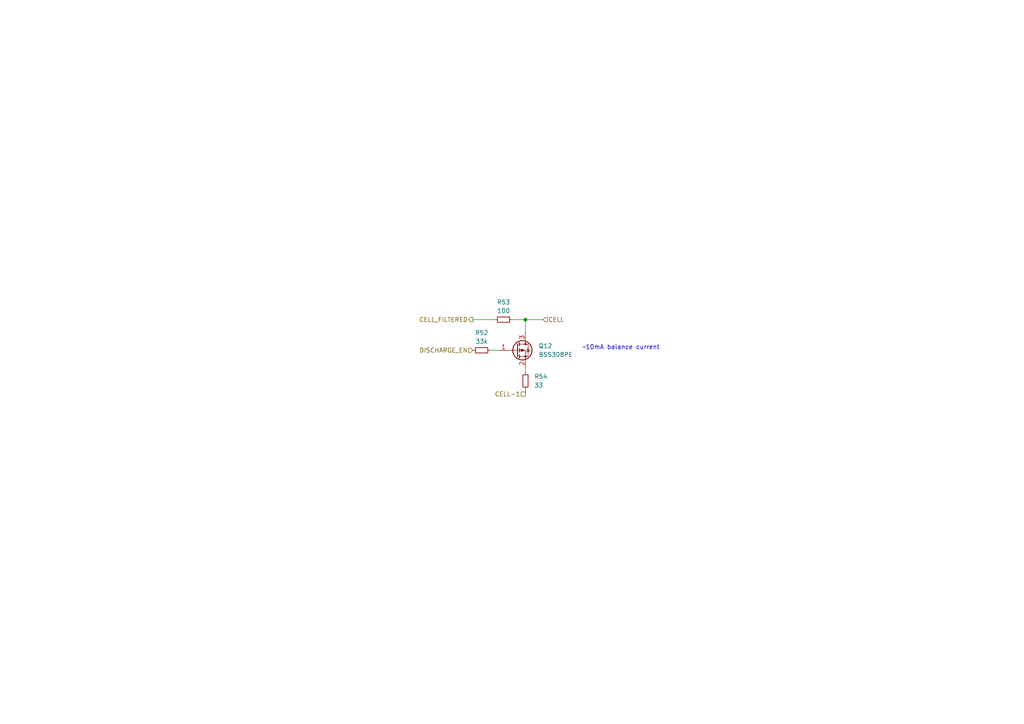
<source format=kicad_sch>
(kicad_sch (version 20230121) (generator eeschema)
  (paper "A4")
  (lib_symbols
    (symbol "Device:R_Small" (pin_numbers hide) (pin_names (offset 0.254) hide)
      (property "Reference" "R" (at 0.762 0.508 0))
      (property "Value" "R_Small" (at 0.762 -1.016 0))
      (symbol "R_Small_0_1"
        (rectangle (start -0.762 1.778) (end 0.762 -1.778) (stroke (width 0.2032)))
      )
      (symbol "R_Small_1_1"
        (pin passive line (at 0 2.54 270) (length 0.762) (name "~") (number "1"))
        (pin passive line (at 0 -2.54 90) (length 0.762) (name "~") (number "2"))
      )
    )
    (symbol "vesc-bms:BSS308PE" (pin_names hide)
      (property "Reference" "Q" (at 5.08 1.905 0))
      (property "Value" "BSS308PE" (at 5.08 0 0))
      (symbol "BSS308PE_0_1"
        (polyline (pts (xy 0.254 0) (xy -2.54 0)))
        (polyline (pts (xy 0.254 1.905) (xy 0.254 -1.905)) (stroke (width 0.254)))
        (polyline (pts (xy 0.762 -1.27) (xy 0.762 -2.286)) (stroke (width 0.254)))
        (polyline (pts (xy 0.762 0.508) (xy 0.762 -0.508)) (stroke (width 0.254)))
        (polyline (pts (xy 0.762 2.286) (xy 0.762 1.27)) (stroke (width 0.254)))
        (polyline (pts (xy 2.54 2.54) (xy 2.54 1.778)))
        (polyline (pts (xy 2.54 -2.54) (xy 2.54 0) (xy 0.762 0)))
        (polyline (pts (xy 0.762 1.778) (xy 3.302 1.778) (xy 3.302 -1.778) (xy 0.762 -1.778)))
        (polyline (pts (xy 2.286 0) (xy 1.27 0.381) (xy 1.27 -0.381) (xy 2.286 0)) (fill (type outline)))
        (polyline (pts (xy 2.794 -0.508) (xy 2.921 -0.381) (xy 3.683 -0.381) (xy 3.81 -0.254)))
        (polyline (pts (xy 3.302 -0.381) (xy 2.921 0.254) (xy 3.683 0.254) (xy 3.302 -0.381)))
        (circle (center 1.651 0) (radius 2.794) (stroke (width 0.254)))
        (circle (center 2.54 -1.778) (radius 0.254) (fill (type outline)))
        (circle (center 2.54 1.778) (radius 0.254) (fill (type outline)))
      )
      (symbol "BSS308PE_1_1"
        (pin input line (at -5.08 0 0) (length 2.54) (name "G") (number "1"))
        (pin passive line (at 2.54 -5.08 90) (length 2.54) (name "S") (number "2"))
        (pin passive line (at 2.54 5.08 270) (length 2.54) (name "D") (number "3"))
      )
    )
  )
  (junction (at 152.4 92.71))
  (wire (pts (xy 152.4 92.71) (xy 152.4 96.52)))
  (wire (pts (xy 152.4 106.68) (xy 152.4 107.95)))
  (wire (pts (xy 137.16 92.71) (xy 143.51 92.71)))
  (wire (pts (xy 148.59 92.71) (xy 152.4 92.71)))
  (wire (pts (xy 152.4 113.03) (xy 152.4 114.3)))
  (wire (pts (xy 152.4 92.71) (xy 157.48 92.71)))
  (wire (pts (xy 142.24 101.6) (xy 144.78 101.6)))
  (text "~10mA balance current" (at 168.91 101.6 0) (effects (font (size 1.27 1.27)) (justify left bottom)))
  (hierarchical_label "DISCHARGE_EN" (shape input) (at 137.16 101.6 180))
  (hierarchical_label "CELL-1" (shape passive) (at 152.4 114.3 180))
  (hierarchical_label "CELL" (shape input) (at 157.48 92.71 0))
  (hierarchical_label "CELL_FILTERED" (shape output) (at 137.16 92.71 180))
  (symbol (lib_id "Device:R_Small") (at 146.05 92.71 90) (unit 1)
    (property "Reference" "R53" (at 146.05 87.63 90))
    (property "Value" "100" (at 146.05 90.17 90))
    (instances (project "vesc-bms" (path "" (reference "R53") (unit 1)) (path "" (reference "R77") (unit 1)) (path "" (reference "R74") (unit 1)) (path "" (reference "R71") (unit 1)) (path "" (reference "R68") (unit 1)) (path "" (reference "R65") (unit 1)) (path "" (reference "R62") (unit 1)) (path "" (reference "R59") (unit 1)) (path "" (reference "R56") (unit 1)) (path "" (reference "R26") (unit 1)) (path "" (reference "R50") (unit 1)) (path "" (reference "R47") (unit 1)) (path "" (reference "R44") (unit 1)) (path "" (reference "R41") (unit 1)) (path "" (reference "R38") (unit 1)) (path "" (reference "R35") (unit 1)) (path "" (reference "R32") (unit 1)) (path "" (reference "R29") (unit 1))))
  )
  (symbol (lib_id "vesc-bms:BSS308PE") (at 149.86 101.6 0) (unit 1)
    (property "Reference" "Q12" (at 156.21 100.3299 0) (effects (justify left)))
    (property "Value" "BSS308PE" (at 156.21 102.8699 0) (effects (justify left)))
    (property "Footprint" "Package_TO_SOT_SMD:SOT-23" (effects hide))
    (property "Datasheet" "https://www.infineon.com/dgdl/Infineon-BSS308PE-DS-v02_03-en.pdf?fileId=db3a304330f686060131099c80400073" (effects hide))
    (instances (project "vesc-bms" (path "" (reference "Q12") (unit 1)) (path "" (reference "Q20") (unit 1)) (path "" (reference "Q19") (unit 1)) (path "" (reference "Q18") (unit 1)) (path "" (reference "Q17") (unit 1)) (path "" (reference "Q16") (unit 1)) (path "" (reference "Q15") (unit 1)) (path "" (reference "Q14") (unit 1)) (path "" (reference "Q13") (unit 1)) (path "" (reference "Q3") (unit 1)) (path "" (reference "Q11") (unit 1)) (path "" (reference "Q10") (unit 1)) (path "" (reference "Q9") (unit 1)) (path "" (reference "Q8") (unit 1)) (path "" (reference "Q7") (unit 1)) (path "" (reference "Q6") (unit 1)) (path "" (reference "Q5") (unit 1)) (path "" (reference "Q4") (unit 1))))
  )
  (symbol (lib_id "Device:R_Small") (at 139.7 101.6 90) (unit 1)
    (property "Reference" "R52" (at 139.7 96.52 90))
    (property "Value" "33k" (at 139.7 99.06 90))
    (instances (project "vesc-bms" (path "" (reference "R52") (unit 1)) (path "" (reference "R76") (unit 1)) (path "" (reference "R73") (unit 1)) (path "" (reference "R70") (unit 1)) (path "" (reference "R67") (unit 1)) (path "" (reference "R64") (unit 1)) (path "" (reference "R61") (unit 1)) (path "" (reference "R58") (unit 1)) (path "" (reference "R55") (unit 1)) (path "" (reference "R25") (unit 1)) (path "" (reference "R49") (unit 1)) (path "" (reference "R46") (unit 1)) (path "" (reference "R43") (unit 1)) (path "" (reference "R40") (unit 1)) (path "" (reference "R37") (unit 1)) (path "" (reference "R34") (unit 1)) (path "" (reference "R31") (unit 1)) (path "" (reference "R28") (unit 1))))
  )
  (symbol (lib_id "Device:R_Small") (at 152.4 110.49 0) (unit 1)
    (property "Reference" "R54" (at 154.94 109.2199 0) (effects (justify left)))
    (property "Value" "33" (at 154.94 111.7599 0) (effects (justify left)))
    (instances (project "vesc-bms" (path "" (reference "R54") (unit 1)) (path "" (reference "R78") (unit 1)) (path "" (reference "R75") (unit 1)) (path "" (reference "R72") (unit 1)) (path "" (reference "R69") (unit 1)) (path "" (reference "R66") (unit 1)) (path "" (reference "R63") (unit 1)) (path "" (reference "R60") (unit 1)) (path "" (reference "R57") (unit 1)) (path "" (reference "R27") (unit 1)) (path "" (reference "R51") (unit 1)) (path "" (reference "R48") (unit 1)) (path "" (reference "R45") (unit 1)) (path "" (reference "R42") (unit 1)) (path "" (reference "R39") (unit 1)) (path "" (reference "R36") (unit 1)) (path "" (reference "R33") (unit 1)) (path "" (reference "R30") (unit 1))))
  )
)
</source>
